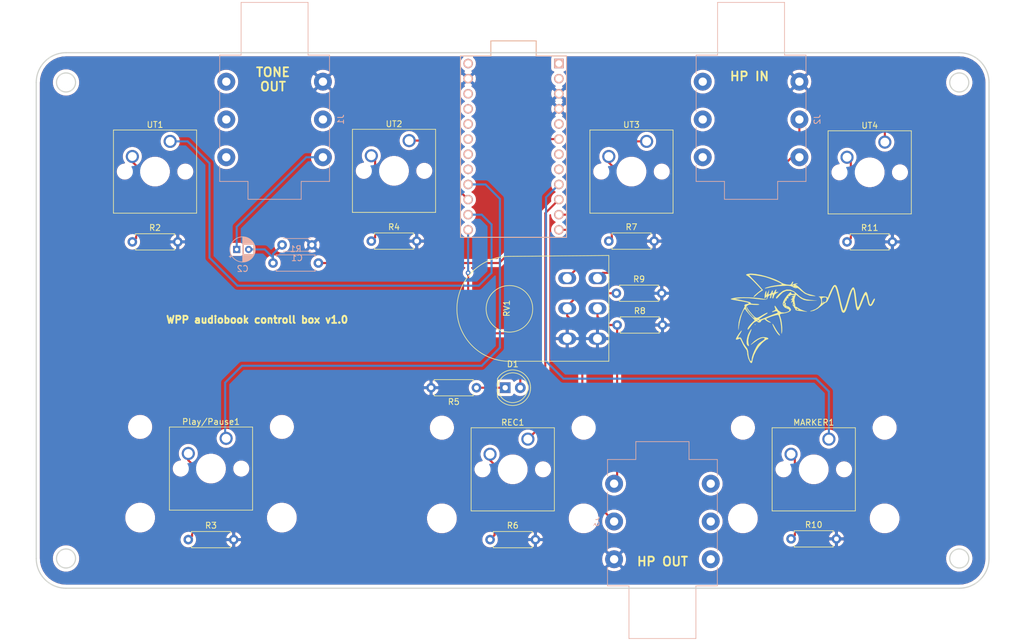
<source format=kicad_pcb>
(kicad_pcb (version 20171130) (host pcbnew "(5.1.8)-1")
  (layers (0 F.Cu signal) (31 B.Cu signal) (34 B.Paste user) (35 F.Paste user) (36 B.SilkS user) (37 F.SilkS user) (38 B.Mask user) (39 F.Mask user) (44 Edge.Cuts user))
  (net 0 "")
  (net 1 GND)
  (net 2 "Net-(C1-Pad1)")
  (net 3 "Net-(C2-Pad1)")
  (net 4 LED)
  (net 5 "Net-(D1-Pad1)")
  (net 6 "Net-(J2-PadT)")
  (net 7 "Net-(J2-PadR)")
  (net 8 "Net-(J3-PadT)")
  (net 9 "Net-(J3-PadR)")
  (net 10 "Net-(MARKER1-Pad2)")
  (net 11 SW7)
  (net 12 "Net-(Play/Pause1-Pad2)")
  (net 13 SW5)
  (net 14 D3)
  (net 15 "Net-(R2-Pad1)")
  (net 16 "Net-(R4-Pad1)")
  (net 17 "Net-(R6-Pad1)")
  (net 18 "Net-(R7-Pad1)")
  (net 19 "Net-(R11-Pad1)")
  (net 20 SW6)
  (net 21 SW3)
  (net 22 SW4)
  (net 23 SW2)
  (net 24 SW1)
  (module Logo:haaitech_logo (layer F.Cu) (at 169.799 74.93)
    (fp_text reference G*** hide)
    (fp_text value LOGO hide)
  )
  (module Button_Switch_Keyboard:SW_Cherry_MX_1.00u_PCB (layer F.Cu) (at 183.515 45.212)
    (fp_text reference UT4 (at -2.54 -2.794) (layer F.SilkS))
    (fp_text value SW_Push)
    (pad "" np_thru_hole circle (at 2.54 5.08) (size 1.7 1.7) (drill 1.7) (layers *.Cu *.Mask))
    (pad "" np_thru_hole circle (at -7.62 5.08) (size 1.7 1.7) (drill 1.7) (layers *.Cu *.Mask))
    (pad "" np_thru_hole circle (at -2.54 5.08) (size 4 4) (drill 4) (layers *.Cu *.Mask))
    (pad 2 thru_hole circle (at -6.35 2.54) (size 2.2 2.2) (drill 1.5) (layers *.Cu *.Mask) (net 19 "Net-(R11-Pad1)"))
    (pad 1 thru_hole circle (at 0 0) (size 2.2 2.2) (drill 1.5) (layers *.Cu *.Mask) (net 22 SW4))
  )
  (module Button_Switch_Keyboard:SW_Cherry_MX_1.00u_PCB (layer F.Cu) (at 143.51 45.085)
    (fp_text reference UT3 (at -2.54 -2.794) (layer F.SilkS))
    (fp_text value SW_Push)
    (pad "" np_thru_hole circle (at 2.54 5.08) (size 1.7 1.7) (drill 1.7) (layers *.Cu *.Mask))
    (pad "" np_thru_hole circle (at -7.62 5.08) (size 1.7 1.7) (drill 1.7) (layers *.Cu *.Mask))
    (pad "" np_thru_hole circle (at -2.54 5.08) (size 4 4) (drill 4) (layers *.Cu *.Mask))
    (pad 2 thru_hole circle (at -6.35 2.54) (size 2.2 2.2) (drill 1.5) (layers *.Cu *.Mask) (net 18 "Net-(R7-Pad1)"))
    (pad 1 thru_hole circle (at 0 0) (size 2.2 2.2) (drill 1.5) (layers *.Cu *.Mask) (net 21 SW3))
  )
  (module Button_Switch_Keyboard:SW_Cherry_MX_1.00u_PCB (layer F.Cu) (at 103.632 44.958)
    (fp_text reference UT2 (at -2.54 -2.794) (layer F.SilkS))
    (fp_text value SW_Push)
    (pad "" np_thru_hole circle (at 2.54 5.08) (size 1.7 1.7) (drill 1.7) (layers *.Cu *.Mask))
    (pad "" np_thru_hole circle (at -7.62 5.08) (size 1.7 1.7) (drill 1.7) (layers *.Cu *.Mask))
    (pad "" np_thru_hole circle (at -2.54 5.08) (size 4 4) (drill 4) (layers *.Cu *.Mask))
    (pad 2 thru_hole circle (at -6.35 2.54) (size 2.2 2.2) (drill 1.5) (layers *.Cu *.Mask) (net 16 "Net-(R4-Pad1)"))
    (pad 1 thru_hole circle (at 0 0) (size 2.2 2.2) (drill 1.5) (layers *.Cu *.Mask) (net 23 SW2))
  )
  (module Button_Switch_Keyboard:SW_Cherry_MX_1.00u_PCB (layer F.Cu) (at 63.5 45.085)
    (fp_text reference UT1 (at -2.54 -2.794) (layer F.SilkS))
    (fp_text value SW_Push)
    (pad "" np_thru_hole circle (at 2.54 5.08) (size 1.7 1.7) (drill 1.7) (layers *.Cu *.Mask))
    (pad "" np_thru_hole circle (at -7.62 5.08) (size 1.7 1.7) (drill 1.7) (layers *.Cu *.Mask))
    (pad "" np_thru_hole circle (at -2.54 5.08) (size 4 4) (drill 4) (layers *.Cu *.Mask))
    (pad 2 thru_hole circle (at -6.35 2.54) (size 2.2 2.2) (drill 1.5) (layers *.Cu *.Mask) (net 15 "Net-(R2-Pad1)"))
    (pad 1 thru_hole circle (at 0 0) (size 2.2 2.2) (drill 1.5) (layers *.Cu *.Mask) (net 24 SW1))
  )
  (module promicro:ProMicro (layer B.Cu) (at 121.158 45.974 270)
    (fp_text reference U1 hide)
    (fp_text value ProMicro)
    (pad 24 thru_hole circle (at -13.97 7.62 270) (size 1.6 1.6) (drill 1.1) (layers *.Cu *.Mask B.SilkS))
    (pad 23 thru_hole circle (at -11.43 7.62 270) (size 1.6 1.6) (drill 1.1) (layers *.Cu *.Mask B.SilkS) (net 1 GND))
    (pad 22 thru_hole circle (at -8.89 7.62 270) (size 1.6 1.6) (drill 1.1) (layers *.Cu *.Mask B.SilkS))
    (pad 21 thru_hole circle (at -6.35 7.62 270) (size 1.6 1.6) (drill 1.1) (layers *.Cu *.Mask B.SilkS))
    (pad 20 thru_hole circle (at -3.81 7.62 270) (size 1.6 1.6) (drill 1.1) (layers *.Cu *.Mask B.SilkS))
    (pad 19 thru_hole circle (at -1.27 7.62 270) (size 1.6 1.6) (drill 1.1) (layers *.Cu *.Mask B.SilkS))
    (pad 18 thru_hole circle (at 1.27 7.62 270) (size 1.6 1.6) (drill 1.1) (layers *.Cu *.Mask B.SilkS))
    (pad 17 thru_hole circle (at 3.81 7.62 270) (size 1.6 1.6) (drill 1.1) (layers *.Cu *.Mask B.SilkS))
    (pad 16 thru_hole circle (at 6.35 7.62 270) (size 1.6 1.6) (drill 1.1) (layers *.Cu *.Mask B.SilkS) (net 13 SW5))
    (pad 15 thru_hole circle (at 8.89 7.62 270) (size 1.6 1.6) (drill 1.1) (layers *.Cu *.Mask B.SilkS) (net 23 SW2))
    (pad 14 thru_hole circle (at 11.43 7.62 270) (size 1.6 1.6) (drill 1.1) (layers *.Cu *.Mask B.SilkS) (net 24 SW1))
    (pad 13 thru_hole circle (at 13.97 7.62 270) (size 1.6 1.6) (drill 1.1) (layers *.Cu *.Mask B.SilkS) (net 4 LED))
    (pad 12 thru_hole circle (at 13.97 -7.62 270) (size 1.6 1.6) (drill 1.1) (layers *.Cu *.Mask B.SilkS) (net 21 SW3))
    (pad 11 thru_hole circle (at 11.43 -7.62 270) (size 1.6 1.6) (drill 1.1) (layers *.Cu *.Mask B.SilkS) (net 22 SW4))
    (pad 10 thru_hole circle (at 8.89 -7.62 270) (size 1.6 1.6) (drill 1.1) (layers *.Cu *.Mask B.SilkS) (net 20 SW6))
    (pad 9 thru_hole circle (at 6.35 -7.62 270) (size 1.6 1.6) (drill 1.1) (layers *.Cu *.Mask B.SilkS) (net 11 SW7))
    (pad 8 thru_hole circle (at 3.81 -7.62 270) (size 1.6 1.6) (drill 1.1) (layers *.Cu *.Mask B.SilkS))
    (pad 7 thru_hole circle (at 1.27 -7.62 270) (size 1.6 1.6) (drill 1.1) (layers *.Cu *.Mask B.SilkS))
    (pad 6 thru_hole circle (at -1.27 -7.62 270) (size 1.6 1.6) (drill 1.1) (layers *.Cu *.Mask B.SilkS) (net 14 D3))
    (pad 5 thru_hole circle (at -3.81 -7.62 270) (size 1.6 1.6) (drill 1.1) (layers *.Cu *.Mask B.SilkS))
    (pad 4 thru_hole circle (at -6.35 -7.62 270) (size 1.6 1.6) (drill 1.1) (layers *.Cu *.Mask B.SilkS) (net 1 GND))
    (pad 3 thru_hole circle (at -8.89 -7.62 270) (size 1.6 1.6) (drill 1.1) (layers *.Cu *.Mask B.SilkS) (net 1 GND))
    (pad 2 thru_hole circle (at -11.43 -7.62 270) (size 1.6 1.6) (drill 1.1) (layers *.Cu *.Mask B.SilkS))
    (pad 1 thru_hole rect (at -13.97 -7.62 270) (size 1.6 1.6) (drill 1.1) (layers *.Cu *.Mask B.SilkS))
  )
  (module librarys:vertical_dual_pot (layer F.Cu) (at 132.715 73.152 90)
    (fp_text reference RV1 (at 0 -12.7 90) (layer F.SilkS))
    (fp_text value R_POT_Dual_Separate)
    (pad 3 thru_hole oval (at 5.08 2.54 90) (size 2 3) (drill 1.5) (layers *.Cu *.Mask) (net 6 "Net-(J2-PadT)"))
    (pad 2 thru_hole oval (at 0 2.54 90) (size 2 3) (drill 1.5) (layers *.Cu *.Mask) (net 8 "Net-(J3-PadT)"))
    (pad 1 thru_hole oval (at -5.08 2.54 90) (size 2 3) (drill 1.5) (layers *.Cu *.Mask) (net 1 GND))
    (pad 6 thru_hole oval (at 5.08 -2.54 90) (size 2 3) (drill 1.5) (layers *.Cu *.Mask) (net 7 "Net-(J2-PadR)"))
    (pad 5 thru_hole oval (at 0 -2.54 90) (size 2 3) (drill 1.5) (layers *.Cu *.Mask) (net 9 "Net-(J3-PadR)"))
    (pad 4 thru_hole oval (at -5.08 -2.54 90) (size 2 3) (drill 1.5) (layers *.Cu *.Mask) (net 1 GND))
  )
  (module Button_Switch_Keyboard:SW_Cherry_MX_2.00u_PCB (layer F.Cu) (at 123.571 95.123)
    (fp_text reference REC1 (at -2.54 -2.794) (layer F.SilkS))
    (fp_text value SW_Push)
    (pad "" np_thru_hole circle (at 9.36 -1.92) (size 3.05 3.05) (drill 3.05) (layers *.Cu *.Mask))
    (pad "" np_thru_hole circle (at -14.44 -1.92) (size 3.05 3.05) (drill 3.05) (layers *.Cu *.Mask))
    (pad "" np_thru_hole circle (at -14.44 13.32) (size 4 4) (drill 4) (layers *.Cu *.Mask))
    (pad "" np_thru_hole circle (at 9.36 13.32) (size 4 4) (drill 4) (layers *.Cu *.Mask))
    (pad "" np_thru_hole circle (at 2.54 5.08) (size 1.7 1.7) (drill 1.7) (layers *.Cu *.Mask))
    (pad "" np_thru_hole circle (at -7.62 5.08) (size 1.7 1.7) (drill 1.7) (layers *.Cu *.Mask))
    (pad "" np_thru_hole circle (at -2.54 5.08) (size 4 4) (drill 4) (layers *.Cu *.Mask))
    (pad 2 thru_hole circle (at -6.35 2.54) (size 2.2 2.2) (drill 1.5) (layers *.Cu *.Mask) (net 17 "Net-(R6-Pad1)"))
    (pad 1 thru_hole circle (at 0 0) (size 2.2 2.2) (drill 1.5) (layers *.Cu *.Mask) (net 20 SW6))
  )
  (module Resistor_THT:R_Axial_DIN0207_L6.3mm_D2.5mm_P7.62mm_Horizontal (layer F.Cu) (at 177.165 61.976)
    (fp_text reference R11 (at 3.81 -2.37) (layer F.SilkS))
    (fp_text value 10K)
    (pad 2 thru_hole oval (at 7.62 0) (size 1.6 1.6) (drill 0.8) (layers *.Cu *.Mask) (net 1 GND))
    (pad 1 thru_hole circle (at 0 0) (size 1.6 1.6) (drill 0.8) (layers *.Cu *.Mask) (net 19 "Net-(R11-Pad1)"))
  )
  (module Resistor_THT:R_Axial_DIN0207_L6.3mm_D2.5mm_P7.62mm_Horizontal (layer F.Cu) (at 167.767 111.887)
    (fp_text reference R10 (at 3.81 -2.37) (layer F.SilkS))
    (fp_text value 10K)
    (pad 2 thru_hole oval (at 7.62 0) (size 1.6 1.6) (drill 0.8) (layers *.Cu *.Mask) (net 1 GND))
    (pad 1 thru_hole circle (at 0 0) (size 1.6 1.6) (drill 0.8) (layers *.Cu *.Mask) (net 10 "Net-(MARKER1-Pad2)"))
  )
  (module Resistor_THT:R_Axial_DIN0207_L6.3mm_D2.5mm_P7.62mm_Horizontal (layer F.Cu) (at 138.43 70.612)
    (fp_text reference R9 (at 3.81 -2.37) (layer F.SilkS))
    (fp_text value 12K)
    (pad 2 thru_hole oval (at 7.62 0) (size 1.6 1.6) (drill 0.8) (layers *.Cu *.Mask) (net 1 GND))
    (pad 1 thru_hole circle (at 0 0) (size 1.6 1.6) (drill 0.8) (layers *.Cu *.Mask) (net 9 "Net-(J3-PadR)"))
  )
  (module Resistor_THT:R_Axial_DIN0207_L6.3mm_D2.5mm_P7.62mm_Horizontal (layer F.Cu) (at 138.557 75.946)
    (fp_text reference R8 (at 3.81 -2.37) (layer F.SilkS))
    (fp_text value 12K)
    (pad 2 thru_hole oval (at 7.62 0) (size 1.6 1.6) (drill 0.8) (layers *.Cu *.Mask) (net 1 GND))
    (pad 1 thru_hole circle (at 0 0) (size 1.6 1.6) (drill 0.8) (layers *.Cu *.Mask) (net 8 "Net-(J3-PadT)"))
  )
  (module Resistor_THT:R_Axial_DIN0207_L6.3mm_D2.5mm_P7.62mm_Horizontal (layer F.Cu) (at 137.16 61.849)
    (fp_text reference R7 (at 3.81 -2.37) (layer F.SilkS))
    (fp_text value 10K)
    (pad 2 thru_hole oval (at 7.62 0) (size 1.6 1.6) (drill 0.8) (layers *.Cu *.Mask) (net 1 GND))
    (pad 1 thru_hole circle (at 0 0) (size 1.6 1.6) (drill 0.8) (layers *.Cu *.Mask) (net 18 "Net-(R7-Pad1)"))
  )
  (module Resistor_THT:R_Axial_DIN0207_L6.3mm_D2.5mm_P7.62mm_Horizontal (layer F.Cu) (at 117.221 112.014)
    (fp_text reference R6 (at 3.81 -2.37) (layer F.SilkS))
    (fp_text value 10K)
    (pad 2 thru_hole oval (at 7.62 0) (size 1.6 1.6) (drill 0.8) (layers *.Cu *.Mask) (net 1 GND))
    (pad 1 thru_hole circle (at 0 0) (size 1.6 1.6) (drill 0.8) (layers *.Cu *.Mask) (net 17 "Net-(R6-Pad1)"))
  )
  (module Resistor_THT:R_Axial_DIN0207_L6.3mm_D2.5mm_P7.62mm_Horizontal (layer F.Cu) (at 114.935 86.487 180)
    (fp_text reference R5 (at 3.81 -2.37) (layer F.SilkS))
    (fp_text value 220)
    (pad 2 thru_hole oval (at 7.62 0 180) (size 1.6 1.6) (drill 0.8) (layers *.Cu *.Mask) (net 1 GND))
    (pad 1 thru_hole circle (at 0 0 180) (size 1.6 1.6) (drill 0.8) (layers *.Cu *.Mask) (net 5 "Net-(D1-Pad1)"))
  )
  (module Resistor_THT:R_Axial_DIN0207_L6.3mm_D2.5mm_P7.62mm_Horizontal (layer F.Cu) (at 97.282 61.849)
    (fp_text reference R4 (at 3.81 -2.37) (layer F.SilkS))
    (fp_text value 10K)
    (pad 2 thru_hole oval (at 7.62 0) (size 1.6 1.6) (drill 0.8) (layers *.Cu *.Mask) (net 1 GND))
    (pad 1 thru_hole circle (at 0 0) (size 1.6 1.6) (drill 0.8) (layers *.Cu *.Mask) (net 16 "Net-(R4-Pad1)"))
  )
  (module Resistor_THT:R_Axial_DIN0207_L6.3mm_D2.5mm_P7.62mm_Horizontal (layer F.Cu) (at 66.548 112.014)
    (fp_text reference R3 (at 3.81 -2.37) (layer F.SilkS))
    (fp_text value 10K)
    (pad 2 thru_hole oval (at 7.62 0) (size 1.6 1.6) (drill 0.8) (layers *.Cu *.Mask) (net 1 GND))
    (pad 1 thru_hole circle (at 0 0) (size 1.6 1.6) (drill 0.8) (layers *.Cu *.Mask) (net 12 "Net-(Play/Pause1-Pad2)"))
  )
  (module Resistor_THT:R_Axial_DIN0207_L6.3mm_D2.5mm_P7.62mm_Horizontal (layer F.Cu) (at 57.15 61.976)
    (fp_text reference R2 (at 3.81 -2.37) (layer F.SilkS))
    (fp_text value 10K)
    (pad 2 thru_hole oval (at 7.62 0) (size 1.6 1.6) (drill 0.8) (layers *.Cu *.Mask) (net 1 GND))
    (pad 1 thru_hole circle (at 0 0) (size 1.6 1.6) (drill 0.8) (layers *.Cu *.Mask) (net 15 "Net-(R2-Pad1)"))
  )
  (module Resistor_THT:R_Axial_DIN0207_L6.3mm_D2.5mm_P7.62mm_Horizontal (layer B.Cu) (at 88.392 65.532 180)
    (fp_text reference R1 (at 3.81 2.37) (layer B.SilkS) (effects (justify mirror)))
    (fp_text value 2.2K)
    (pad 2 thru_hole oval (at 7.62 0 180) (size 1.6 1.6) (drill 0.8) (layers *.Cu *.Mask) (net 2 "Net-(C1-Pad1)"))
    (pad 1 thru_hole circle (at 0 0 180) (size 1.6 1.6) (drill 0.8) (layers *.Cu *.Mask) (net 14 D3))
  )
  (module Button_Switch_Keyboard:SW_Cherry_MX_2.00u_PCB (layer F.Cu) (at 72.898 94.996)
    (fp_text reference Play/Pause1 (at -2.54 -2.794) (layer F.SilkS))
    (fp_text value SW_Push)
    (pad "" np_thru_hole circle (at 9.36 -1.92) (size 3.05 3.05) (drill 3.05) (layers *.Cu *.Mask))
    (pad "" np_thru_hole circle (at -14.44 -1.92) (size 3.05 3.05) (drill 3.05) (layers *.Cu *.Mask))
    (pad "" np_thru_hole circle (at -14.44 13.32) (size 4 4) (drill 4) (layers *.Cu *.Mask))
    (pad "" np_thru_hole circle (at 9.36 13.32) (size 4 4) (drill 4) (layers *.Cu *.Mask))
    (pad "" np_thru_hole circle (at 2.54 5.08) (size 1.7 1.7) (drill 1.7) (layers *.Cu *.Mask))
    (pad "" np_thru_hole circle (at -7.62 5.08) (size 1.7 1.7) (drill 1.7) (layers *.Cu *.Mask))
    (pad "" np_thru_hole circle (at -2.54 5.08) (size 4 4) (drill 4) (layers *.Cu *.Mask))
    (pad 2 thru_hole circle (at -6.35 2.54) (size 2.2 2.2) (drill 1.5) (layers *.Cu *.Mask) (net 12 "Net-(Play/Pause1-Pad2)"))
    (pad 1 thru_hole circle (at 0 0) (size 2.2 2.2) (drill 1.5) (layers *.Cu *.Mask) (net 13 SW5))
  )
  (module Button_Switch_Keyboard:SW_Cherry_MX_2.00u_PCB (layer F.Cu) (at 174.117 95.123)
    (fp_text reference MARKER1 (at -2.54 -2.794) (layer F.SilkS))
    (fp_text value SW_Push)
    (pad "" np_thru_hole circle (at 9.36 -1.92) (size 3.05 3.05) (drill 3.05) (layers *.Cu *.Mask))
    (pad "" np_thru_hole circle (at -14.44 -1.92) (size 3.05 3.05) (drill 3.05) (layers *.Cu *.Mask))
    (pad "" np_thru_hole circle (at -14.44 13.32) (size 4 4) (drill 4) (layers *.Cu *.Mask))
    (pad "" np_thru_hole circle (at 9.36 13.32) (size 4 4) (drill 4) (layers *.Cu *.Mask))
    (pad "" np_thru_hole circle (at 2.54 5.08) (size 1.7 1.7) (drill 1.7) (layers *.Cu *.Mask))
    (pad "" np_thru_hole circle (at -7.62 5.08) (size 1.7 1.7) (drill 1.7) (layers *.Cu *.Mask))
    (pad "" np_thru_hole circle (at -2.54 5.08) (size 4 4) (drill 4) (layers *.Cu *.Mask))
    (pad 2 thru_hole circle (at -6.35 2.54) (size 2.2 2.2) (drill 1.5) (layers *.Cu *.Mask) (net 10 "Net-(MARKER1-Pad2)"))
    (pad 1 thru_hole circle (at 0 0) (size 2.2 2.2) (drill 1.5) (layers *.Cu *.Mask) (net 11 SW7))
  )
  (module Connector_Audio:Jack_6.35mm_Neutrik_NMJ6HHD2_Horizontal (layer B.Cu) (at 138.049 102.616 270)
    (fp_text reference J3 (at 6.35 3 270) (layer B.SilkS) (effects (justify mirror)))
    (fp_text value AudioJack3_Switch)
    (pad TN thru_hole circle (at 0 -16.23 270) (size 3 3) (drill 1.4) (layers *.Cu *.Mask))
    (pad SN thru_hole circle (at 12.7 -16.23 270) (size 3 3) (drill 1.4) (layers *.Cu *.Mask))
    (pad RN thru_hole circle (at 6.35 -16.23 270) (size 3 3) (drill 1.4) (layers *.Cu *.Mask))
    (pad T thru_hole circle (at 0 0 270) (size 3 3) (drill 1.4) (layers *.Cu *.Mask) (net 8 "Net-(J3-PadT)"))
    (pad S thru_hole circle (at 12.7 0 270) (size 3 3) (drill 1.4) (layers *.Cu *.Mask) (net 1 GND))
    (pad R thru_hole circle (at 6.35 0 270) (size 3 3) (drill 1.4) (layers *.Cu *.Mask) (net 9 "Net-(J3-PadR)"))
  )
  (module Connector_Audio:Jack_6.35mm_Neutrik_NMJ6HHD2_Horizontal (layer B.Cu) (at 169.164 47.752 90)
    (fp_text reference J2 (at 6.35 3 270) (layer B.SilkS) (effects (justify mirror)))
    (fp_text value AudioJack3_Switch)
    (pad TN thru_hole circle (at 0 -16.23 90) (size 3 3) (drill 1.4) (layers *.Cu *.Mask))
    (pad SN thru_hole circle (at 12.7 -16.23 90) (size 3 3) (drill 1.4) (layers *.Cu *.Mask))
    (pad RN thru_hole circle (at 6.35 -16.23 90) (size 3 3) (drill 1.4) (layers *.Cu *.Mask))
    (pad T thru_hole circle (at 0 0 90) (size 3 3) (drill 1.4) (layers *.Cu *.Mask) (net 6 "Net-(J2-PadT)"))
    (pad S thru_hole circle (at 12.7 0 90) (size 3 3) (drill 1.4) (layers *.Cu *.Mask) (net 1 GND))
    (pad R thru_hole circle (at 6.35 0 90) (size 3 3) (drill 1.4) (layers *.Cu *.Mask) (net 7 "Net-(J2-PadR)"))
  )
  (module Connector_Audio:Jack_6.35mm_Neutrik_NMJ6HHD2_Horizontal (layer B.Cu) (at 89.154 47.752 90)
    (fp_text reference J1 (at 6.35 3 270) (layer B.SilkS) (effects (justify mirror)))
    (fp_text value AudioJack2)
    (pad TN thru_hole circle (at 0 -16.23 90) (size 3 3) (drill 1.4) (layers *.Cu *.Mask))
    (pad SN thru_hole circle (at 12.7 -16.23 90) (size 3 3) (drill 1.4) (layers *.Cu *.Mask))
    (pad RN thru_hole circle (at 6.35 -16.23 90) (size 3 3) (drill 1.4) (layers *.Cu *.Mask))
    (pad T thru_hole circle (at 0 0 90) (size 3 3) (drill 1.4) (layers *.Cu *.Mask) (net 3 "Net-(C2-Pad1)"))
    (pad S thru_hole circle (at 12.7 0 90) (size 3 3) (drill 1.4) (layers *.Cu *.Mask) (net 1 GND))
    (pad R thru_hole circle (at 6.35 0 90) (size 3 3) (drill 1.4) (layers *.Cu *.Mask))
  )
  (module LED_THT:LED_D5.0mm (layer F.Cu) (at 119.761 86.487)
    (fp_text reference D1 (at 1.27 -3.96) (layer F.SilkS))
    (fp_text value LED)
    (pad 2 thru_hole circle (at 2.54 0) (size 1.8 1.8) (drill 0.9) (layers *.Cu *.Mask) (net 4 LED))
    (pad 1 thru_hole rect (at 0 0) (size 1.8 1.8) (drill 0.9) (layers *.Cu *.Mask) (net 5 "Net-(D1-Pad1)"))
  )
  (module Capacitor_THT:CP_Radial_D4.0mm_P2.00mm (layer B.Cu) (at 74.676 63.246)
    (fp_text reference C2 (at 1 3.25) (layer B.SilkS) (effects (justify mirror)))
    (fp_text value 100uf)
    (pad 2 thru_hole circle (at 2 0) (size 1.2 1.2) (drill 0.6) (layers *.Cu *.Mask) (net 2 "Net-(C1-Pad1)"))
    (pad 1 thru_hole rect (at 0 0) (size 1.2 1.2) (drill 0.6) (layers *.Cu *.Mask) (net 3 "Net-(C2-Pad1)"))
  )
  (module Capacitor_THT:C_Disc_D4.3mm_W1.9mm_P5.00mm (layer B.Cu) (at 82.296 62.484)
    (fp_text reference C1 (at 2.5 2.2) (layer B.SilkS) (effects (justify mirror)))
    (fp_text value 33nf)
    (pad 2 thru_hole circle (at 5 0) (size 1.6 1.6) (drill 0.8) (layers *.Cu *.Mask) (net 1 GND))
    (pad 1 thru_hole circle (at 0 0) (size 1.6 1.6) (drill 0.8) (layers *.Cu *.Mask) (net 2 "Net-(C1-Pad1)"))
  )
  (gr_text "WPP audiobook controll box v1.0" (at 78.105 75.057) (layer F.SilkS) (effects (font (size 1.2 1.2) (thickness 0.3))))
  (gr_text "HP OUT" (at 146.177 115.697) (layer F.SilkS) (effects (font (size 1.5 1.5) (thickness 0.3))))
  (gr_text "TONE\nOUT" (at 80.772 34.671) (layer F.SilkS) (effects (font (size 1.5 1.5) (thickness 0.3))))
  (gr_text "HP IN" (at 160.782 34.163) (layer F.SilkS) (effects (font (size 1.5 1.5) (thickness 0.3))))
  (gr_line (start 196.012 30.184) (end 46.012 30.184) (layer Edge.Cuts) (width 0.2))
  (gr_circle (center 196.012 35.184) (end 197.612 35.184) (layer Edge.Cuts) (width 0.2))
  (gr_circle (center 46.012 35.184) (end 47.612001 35.184) (layer Edge.Cuts) (width 0.2))
  (gr_line (start 201.012 115.184) (end 201.012 35.184) (layer Edge.Cuts) (width 0.2))
  (gr_line (start 41.012 35.184) (end 41.012 115.184) (layer Edge.Cuts) (width 0.2))
  (gr_circle (center 196.012 115.184) (end 197.612 115.184) (layer Edge.Cuts) (width 0.2))
  (gr_arc (start 196.012001 35.184) (end 201.012 35.184) (angle -90.00001146) (layer Edge.Cuts) (width 0.2))
  (gr_circle (center 46.012 115.184) (end 47.612001 115.184) (layer Edge.Cuts) (width 0.2))
  (gr_arc (start 196.012 115.183999) (end 196.012 120.184) (angle -89.99998854) (layer Edge.Cuts) (width 0.2))
  (gr_line (start 46.012 120.184) (end 196.012 120.184) (layer Edge.Cuts) (width 0.2))
  (gr_arc (start 46.012 115.184) (end 41.012 115.184) (angle -90) (layer Edge.Cuts) (width 0.2))
  (gr_arc (start 46.012 35.184) (end 46.012 30.184) (angle -90) (layer Edge.Cuts) (width 0.2))
  (segment (start 76.676 63.246) (end 79.375 63.246) (width 0.35) (layer B.Cu) (net 2))
  (segment (start 80.772 64.643) (end 80.772 65.532) (width 0.35) (layer B.Cu) (net 2))
  (segment (start 79.375 63.246) (end 80.772 64.643) (width 0.35) (layer B.Cu) (net 2))
  (segment (start 80.772 64.008) (end 82.296 62.484) (width 0.35) (layer B.Cu) (net 2))
  (segment (start 80.772 65.532) (end 80.772 64.008) (width 0.35) (layer B.Cu) (net 2))
  (segment (start 89.154 47.752) (end 86.36 47.752) (width 0.35) (layer B.Cu) (net 3))
  (segment (start 74.676 59.436) (end 74.676 63.246) (width 0.35) (layer B.Cu) (net 3))
  (segment (start 86.36 47.752) (end 74.676 59.436) (width 0.35) (layer B.Cu) (net 3))
  (via (at 113.538 67.183) (size 0.8) (drill 0.4) (layers F.Cu B.Cu) (net 4))
  (segment (start 113.538 59.944) (end 113.538 67.183) (width 0.35) (layer B.Cu) (net 4))
  (segment (start 120.904 77.343) (end 122.301 78.74) (width 0.35) (layer F.Cu) (net 4))
  (segment (start 115.062 77.343) (end 120.904 77.343) (width 0.35) (layer F.Cu) (net 4))
  (segment (start 113.538 75.819) (end 115.062 77.343) (width 0.35) (layer F.Cu) (net 4))
  (segment (start 122.301 78.74) (end 122.301 86.487) (width 0.35) (layer F.Cu) (net 4))
  (segment (start 113.538 67.183) (end 113.538 75.819) (width 0.35) (layer F.Cu) (net 4))
  (segment (start 114.935 86.487) (end 119.761 86.487) (width 0.35) (layer F.Cu) (net 5))
  (segment (start 136.144 67.183) (end 135.255 68.072) (width 0.35) (layer F.Cu) (net 6))
  (segment (start 148.463 67.183) (end 136.144 67.183) (width 0.35) (layer F.Cu) (net 6))
  (segment (start 167.894 47.752) (end 148.463 67.183) (width 0.35) (layer F.Cu) (net 6))
  (segment (start 169.164 47.752) (end 167.894 47.752) (width 0.35) (layer F.Cu) (net 6))
  (segment (start 132.969 65.278) (end 130.175 68.072) (width 0.35) (layer F.Cu) (net 7))
  (segment (start 147.32 65.278) (end 132.969 65.278) (width 0.35) (layer F.Cu) (net 7))
  (segment (start 169.164 43.434) (end 147.32 65.278) (width 0.35) (layer F.Cu) (net 7))
  (segment (start 169.164 41.402) (end 169.164 43.434) (width 0.35) (layer F.Cu) (net 7))
  (segment (start 135.255 73.152) (end 135.255 74.549) (width 0.35) (layer F.Cu) (net 8))
  (segment (start 136.652 75.946) (end 138.557 75.946) (width 0.35) (layer F.Cu) (net 8))
  (segment (start 135.255 74.549) (end 136.652 75.946) (width 0.35) (layer F.Cu) (net 8))
  (segment (start 138.557 102.108) (end 138.049 102.616) (width 0.35) (layer F.Cu) (net 8))
  (segment (start 138.557 75.946) (end 138.557 102.108) (width 0.35) (layer F.Cu) (net 8))
  (segment (start 130.175 73.152) (end 130.175 72.771) (width 0.35) (layer F.Cu) (net 9))
  (segment (start 132.334 70.612) (end 138.43 70.612) (width 0.35) (layer F.Cu) (net 9))
  (segment (start 130.175 72.771) (end 132.334 70.612) (width 0.35) (layer F.Cu) (net 9))
  (segment (start 130.175 73.152) (end 130.175 74.422) (width 0.35) (layer F.Cu) (net 9))
  (segment (start 130.175 74.422) (end 132.715 76.962) (width 0.35) (layer F.Cu) (net 9))
  (segment (start 132.715 76.962) (end 132.715 87.376) (width 0.35) (layer F.Cu) (net 9))
  (segment (start 132.715 87.376) (end 135.509 90.17) (width 0.35) (layer F.Cu) (net 9))
  (segment (start 135.509 106.426) (end 138.049 108.966) (width 0.35) (layer F.Cu) (net 9))
  (segment (start 135.509 90.17) (end 135.509 106.426) (width 0.35) (layer F.Cu) (net 9))
  (segment (start 168.402 111.252) (end 167.767 111.887) (width 0.35) (layer F.Cu) (net 10))
  (segment (start 168.402 98.298) (end 168.402 111.252) (width 0.35) (layer F.Cu) (net 10))
  (segment (start 167.767 97.663) (end 168.402 98.298) (width 0.35) (layer F.Cu) (net 10))
  (segment (start 174.117 87.122) (end 174.117 95.123) (width 0.35) (layer B.Cu) (net 11))
  (segment (start 171.958 84.963) (end 174.117 87.122) (width 0.35) (layer B.Cu) (net 11))
  (segment (start 129.54 84.963) (end 171.958 84.963) (width 0.35) (layer B.Cu) (net 11))
  (segment (start 126.619 82.042) (end 129.54 84.963) (width 0.35) (layer B.Cu) (net 11))
  (segment (start 126.619 54.483) (end 126.619 82.042) (width 0.35) (layer B.Cu) (net 11))
  (segment (start 128.778 52.324) (end 126.619 54.483) (width 0.35) (layer B.Cu) (net 11))
  (segment (start 66.548 97.536) (end 66.548 98.679) (width 0.35) (layer F.Cu) (net 12))
  (segment (start 66.548 98.679) (end 67.183 99.314) (width 0.35) (layer F.Cu) (net 12))
  (segment (start 67.183 111.379) (end 66.548 112.014) (width 0.35) (layer F.Cu) (net 12))
  (segment (start 67.183 99.314) (end 67.183 111.379) (width 0.35) (layer F.Cu) (net 12))
  (segment (start 72.733001 94.831001) (end 72.898 94.996) (width 0.35) (layer B.Cu) (net 13))
  (segment (start 72.733001 85.635999) (end 72.733001 94.831001) (width 0.35) (layer B.Cu) (net 13))
  (segment (start 75.565 82.804) (end 72.733001 85.635999) (width 0.35) (layer B.Cu) (net 13))
  (segment (start 115.824 82.804) (end 75.565 82.804) (width 0.35) (layer B.Cu) (net 13))
  (segment (start 118.872 79.756) (end 115.824 82.804) (width 0.35) (layer B.Cu) (net 13))
  (segment (start 118.872 54.737) (end 118.872 79.756) (width 0.35) (layer B.Cu) (net 13))
  (segment (start 116.459 52.324) (end 118.872 54.737) (width 0.35) (layer B.Cu) (net 13))
  (segment (start 113.538 52.324) (end 116.459 52.324) (width 0.35) (layer B.Cu) (net 13))
  (segment (start 124.714 44.704) (end 128.778 44.704) (width 0.35) (layer F.Cu) (net 14))
  (segment (start 121.666 47.752) (end 124.714 44.704) (width 0.35) (layer F.Cu) (net 14))
  (segment (start 121.666 62.611) (end 121.666 47.752) (width 0.35) (layer F.Cu) (net 14))
  (segment (start 118.745 65.532) (end 121.666 62.611) (width 0.35) (layer F.Cu) (net 14))
  (segment (start 88.392 65.532) (end 118.745 65.532) (width 0.35) (layer F.Cu) (net 14))
  (segment (start 57.15 47.625) (end 57.15 48.514) (width 0.35) (layer F.Cu) (net 15))
  (segment (start 57.15 48.514) (end 57.785 49.149) (width 0.35) (layer F.Cu) (net 15))
  (segment (start 57.785 61.341) (end 57.15 61.976) (width 0.35) (layer F.Cu) (net 15))
  (segment (start 57.785 49.149) (end 57.785 61.341) (width 0.35) (layer F.Cu) (net 15))
  (segment (start 97.917 61.214) (end 97.282 61.849) (width 0.35) (layer F.Cu) (net 16))
  (segment (start 97.917 48.133) (end 97.917 61.214) (width 0.35) (layer F.Cu) (net 16))
  (segment (start 97.282 47.498) (end 97.917 48.133) (width 0.35) (layer F.Cu) (net 16))
  (segment (start 117.221 97.663) (end 117.221 98.679) (width 0.35) (layer F.Cu) (net 17))
  (segment (start 117.221 98.679) (end 117.983 99.441) (width 0.35) (layer F.Cu) (net 17))
  (segment (start 117.983 111.252) (end 117.221 112.014) (width 0.35) (layer F.Cu) (net 17))
  (segment (start 117.983 99.441) (end 117.983 111.252) (width 0.35) (layer F.Cu) (net 17))
  (segment (start 137.16 47.625) (end 137.16 48.641) (width 0.35) (layer F.Cu) (net 18))
  (segment (start 137.16 48.641) (end 137.668 49.149) (width 0.35) (layer F.Cu) (net 18))
  (segment (start 137.668 61.341) (end 137.16 61.849) (width 0.35) (layer F.Cu) (net 18))
  (segment (start 137.668 49.149) (end 137.668 61.341) (width 0.35) (layer F.Cu) (net 18))
  (segment (start 177.8 61.341) (end 177.165 61.976) (width 0.35) (layer F.Cu) (net 19))
  (segment (start 177.8 48.387) (end 177.8 61.341) (width 0.35) (layer F.Cu) (net 19))
  (segment (start 177.165 47.752) (end 177.8 48.387) (width 0.35) (layer F.Cu) (net 19))
  (segment (start 128.778 54.864) (end 126.492 57.15) (width 0.35) (layer F.Cu) (net 20))
  (segment (start 126.492 92.202) (end 123.571 95.123) (width 0.35) (layer F.Cu) (net 20))
  (segment (start 126.492 57.15) (end 126.492 92.202) (width 0.35) (layer F.Cu) (net 20))
  (segment (start 143.51 45.085) (end 134.874 45.085) (width 0.35) (layer F.Cu) (net 21))
  (segment (start 134.874 45.085) (end 132.715 47.244) (width 0.35) (layer F.Cu) (net 21))
  (segment (start 132.715 47.244) (end 132.715 58.166) (width 0.35) (layer F.Cu) (net 21))
  (segment (start 130.937 59.944) (end 128.778 59.944) (width 0.35) (layer F.Cu) (net 21))
  (segment (start 132.715 58.166) (end 130.937 59.944) (width 0.35) (layer F.Cu) (net 21))
  (segment (start 128.778 57.404) (end 130.556 57.404) (width 0.35) (layer F.Cu) (net 22))
  (segment (start 130.556 57.404) (end 131.572 56.388) (width 0.35) (layer F.Cu) (net 22))
  (segment (start 131.572 56.388) (end 131.572 40.259) (width 0.35) (layer F.Cu) (net 22))
  (segment (start 131.572 40.259) (end 133.731 38.1) (width 0.35) (layer F.Cu) (net 22))
  (segment (start 133.731 38.1) (end 179.832 38.1) (width 0.35) (layer F.Cu) (net 22))
  (segment (start 183.515 41.783) (end 183.515 45.212) (width 0.35) (layer F.Cu) (net 22))
  (segment (start 179.832 38.1) (end 183.515 41.783) (width 0.35) (layer F.Cu) (net 22))
  (segment (start 103.632 44.958) (end 105.918 44.958) (width 0.35) (layer F.Cu) (net 23))
  (segment (start 105.918 44.958) (end 109.22 48.26) (width 0.35) (layer F.Cu) (net 23))
  (segment (start 109.22 50.546) (end 113.538 54.864) (width 0.35) (layer F.Cu) (net 23))
  (segment (start 109.22 48.26) (end 109.22 50.546) (width 0.35) (layer F.Cu) (net 23))
  (segment (start 63.5 45.085) (end 66.421 45.085) (width 0.35) (layer B.Cu) (net 24))
  (segment (start 66.421 45.085) (end 70.104 48.768) (width 0.35) (layer B.Cu) (net 24))
  (segment (start 70.104 48.768) (end 70.104 64.643) (width 0.35) (layer B.Cu) (net 24))
  (segment (start 70.104 64.643) (end 74.803 69.342) (width 0.35) (layer B.Cu) (net 24))
  (segment (start 74.803 69.342) (end 115.316 69.342) (width 0.35) (layer B.Cu) (net 24))
  (segment (start 115.316 69.342) (end 117.475 67.183) (width 0.35) (layer B.Cu) (net 24))
  (segment (start 117.475 67.183) (end 117.475 59.055) (width 0.35) (layer B.Cu) (net 24))
  (segment (start 115.824 57.404) (end 113.538 57.404) (width 0.35) (layer B.Cu) (net 24))
  (segment (start 117.475 59.055) (end 115.824 57.404) (width 0.35) (layer B.Cu) (net 24))
  (zone (net 1) (net_name GND) (layer F.Cu) (connect_pads (clearance 0.508)) (min_thickness 0.254) (fill yes (arc_segments 32) (thermal_gap 0.508) (thermal_bridge_width 0.508))
    (polygon (pts (xy 205.486 27.686) (xy 205.74 125.349) (xy 36.576 125.349) (xy 36.576 26.924)))
  )
  (zone (net 1) (net_name GND) (layer B.Cu) (connect_pads (clearance 0.508)) (min_thickness 0.254) (fill yes (arc_segments 32) (thermal_gap 0.508) (thermal_bridge_width 0.508))
    (polygon (pts (xy 206.248 26.416) (xy 206.883 126.492) (xy 34.925 126.492) (xy 34.925 26.035)))
  )
)
</source>
